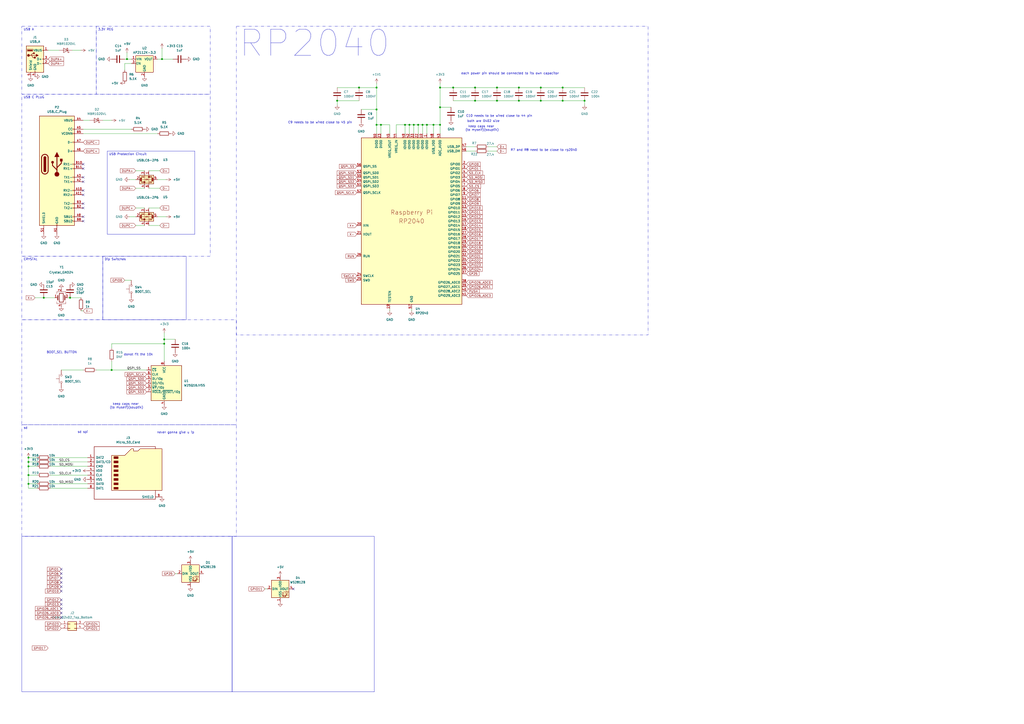
<source format=kicad_sch>
(kicad_sch (version 20250114) (generator "eeschema") (generator_version "9.0")
  (paper "A2")
  (title_block (title "HACKDUCKY BY SOUPTIK ") (date "2025-04-06") (rev "V2"))
  (text "sd spi \n" (at 48.514 250.698 0) (effects (font (size 1.27 1.27))))
  (text "C9 needs to be wired close to 45 pin" (at 185.674 71.12 0) (effects (font (size 1.27 1.27))))
  (text "keep caps near \n(to myself)(souptik)\n" (at 73.406 235.458 0) (effects (font (size 1.27 1.27))))
  (text "donot fit the 10k \n" (at 80.772 205.74 0) (effects (font (size 1.27 1.27))))
  (text "R7 and R8 need to be close to rp2040" (at 315.468 87.122 0) (effects (font (size 1.27 1.27))))
  (text "C10 needs to be wired close to 44 pin" (at 289.56 67.31 0) (effects (font (size 1.27 1.27))))
  (text "BOOT_SEL BUTTON\n" (at 35.814 204.47 0) (effects (font (size 1.27 1.27))))
  (text "never gonna give u ip\n" (at 101.854 250.952 0) (effects (font (size 1.27 1.27))))
  (text "keep caps near \n(to myself)(souptik)\n" (at 279.654 74.422 0) (effects (font (size 1.27 1.27))))
  (text "both are 0402 size" (at 280.416 70.358 0) (effects (font (size 1.27 1.27))))
  (text "each power pin should be connected to its own capacitor" (at 295.91 42.672 0) (effects (font (size 1.27 1.27))))
  (text_box "CRYSTAL" (at 12.7 148.59 0) (size 46.99 36.83) (margins 0.9525 0.9525 0.9525 0.9525) (stroke (width 0) (type dash_dot_dot)) (effects (font (size 1.27 1.27)) (justify left top)))
  (text_box "RP2040\n" (at 137.16 15.24 0) (size 238.76 179.07) (margins 0.9525 0.9525 0.9525 0.9525) (stroke (width 0) (type dash_dot_dot)) (effects (font (size 15.24 15.24)) (justify left top)))
  (text_box "USB Protection Circuit\n" (at 62.23 87.63 0) (size 50.8 48.26) (margins 0.9525 0.9525 0.9525 0.9525) (effects (font (size 1.27 1.27)) (justify left top)))
  (text_box "" (at 12.7 311.15 0) (size 121.92 90.17) (margins 0.9525 0.9525 0.9525 0.9525) (effects (font (size 1.27 1.27)) (justify left top)))
  (text_box "" (at 12.7 185.42 0) (size 124.46 60.96) (margins 0.9525 0.9525 0.9525 0.9525) (stroke (width 0) (type dash_dot_dot)) (effects (font (size 1.27 1.27)) (justify left top)))
  (text_box "USB C PLUG" (at 12.7 54.61 0) (size 109.22 93.98) (margins 0.9525 0.9525 0.9525 0.9525) (stroke (width 0) (type dash_dot_dot)) (effects (font (size 1.27 1.27)) (justify left top)))
  (text_box "sd\n" (at 12.7 246.38 0) (size 124.46 64.77) (margins 0.9525 0.9525 0.9525 0.9525) (stroke (width 0) (type dash_dot_dot)) (effects (font (size 1.27 1.27)) (justify left top)))
  (text_box "Dip Switches\n" (at 59.69 148.59 0) (size 48.26 36.83) (margins 0.9525 0.9525 0.9525 0.9525) (effects (font (size 1.27 1.27)) (justify left top)))
  (text_box "3.3V REG\n" (at 55.88 15.24 0) (size 66.04 39.37) (margins 0.9525 0.9525 0.9525 0.9525) (stroke (width 0) (type dash_dot_dot)) (effects (font (size 1.27 1.27)) (justify left top)))
  (text_box "USB A\n" (at 12.7 15.24 0) (size 43.18 39.37) (margins 0.9525 0.9525 0.9525 0.9525) (stroke (width 0) (type dash_dot_dot)) (effects (font (size 1.27 1.27)) (justify left top)))
  (text_box "" (at 134.62 311.15 0) (size 82.55 90.17) (margins 0.9525 0.9525 0.9525 0.9525) (effects (font (size 1.27 1.27)) (justify left top)))
  (junction (at 220.98 72.39))
  (junction (at 300.99 58.42))
  (junction (at 16.51 280.67))
  (junction (at 245.11 72.39))
  (junction (at 326.39 58.42))
  (junction (at 242.57 72.39))
  (junction (at 25.4 172.72))
  (junction (at 73.66 34.29))
  (junction (at 275.59 50.8))
  (junction (at 208.28 50.8))
  (junction (at 93.98 34.29))
  (junction (at 218.44 72.39))
  (junction (at 16.51 275.59))
  (junction (at 247.65 72.39))
  (junction (at 234.95 72.39))
  (junction (at 255.27 72.39))
  (junction (at 275.59 58.42))
  (junction (at 255.27 62.23))
  (junction (at 313.69 50.8))
  (junction (at 326.39 50.8))
  (junction (at 262.89 50.8))
  (junction (at 300.99 50.8))
  (junction (at 313.69 58.42))
  (junction (at 255.27 50.8))
  (junction (at 251.46 72.39))
  (junction (at 40.64 172.72))
  (junction (at 288.29 50.8))
  (junction (at 95.25 199.39))
  (junction (at 195.58 58.42))
  (junction (at 16.51 265.43))
  (junction (at 16.51 267.97))
  (junction (at 218.44 50.8))
  (junction (at 16.51 270.51))
  (junction (at 288.29 58.42))
  (junction (at 240.03 72.39))
  (junction (at 95.25 196.85))
  (junction (at 218.44 63.5))
  (junction (at 339.09 58.42))
  (junction (at 64.77 214.63))
  (junction (at 237.49 72.39))
  (no_connect (at 170.18 341.63))
  (no_connect (at 48.26 95.25))
  (no_connect (at 48.26 120.65))
  (no_connect (at 35.56 340.36))
  (no_connect (at 48.26 113.03))
  (no_connect (at 48.26 110.49))
  (no_connect (at 35.56 335.28))
  (no_connect (at 35.56 350.52))
  (no_connect (at 35.56 342.9))
  (no_connect (at 48.26 105.41))
  (no_connect (at 48.26 128.27))
  (no_connect (at 35.56 353.06))
  (no_connect (at 48.26 97.79))
  (no_connect (at 35.56 337.82))
  (no_connect (at 35.56 358.14))
  (no_connect (at 35.56 355.6))
  (no_connect (at 35.56 332.74))
  (no_connect (at 35.56 347.98))
  (no_connect (at 48.26 102.87))
  (no_connect (at 35.56 330.2))
  (no_connect (at 48.26 118.11))
  (no_connect (at 48.26 125.73))
  (wire (pts (xy 74.93 104.14) (xy 78.74 104.14)))
  (wire (pts (xy 73.66 30.48) (xy 73.66 34.29)))
  (wire (pts (xy 288.29 58.42) (xy 300.99 58.42)))
  (wire (pts (xy 86.36 109.22) (xy 92.71 109.22)))
  (wire (pts (xy 283.21 85.09) (xy 288.29 85.09)))
  (wire (pts (xy 74.93 125.73) (xy 78.74 125.73)))
  (wire (pts (xy 95.25 193.04) (xy 95.25 196.85)))
  (wire (pts (xy 29.21 270.51) (xy 50.8 270.51)))
  (wire (pts (xy 226.06 77.47) (xy 226.06 72.39)))
  (wire (pts (xy 226.06 180.34) (xy 226.06 179.07)))
  (wire (pts (xy 41.91 29.21) (xy 46.99 29.21)))
  (wire (pts (xy 64.77 209.55) (xy 64.77 214.63)))
  (wire (pts (xy 218.44 50.8) (xy 218.44 63.5)))
  (wire (pts (xy 95.25 196.85) (xy 95.25 199.39)))
  (wire (pts (xy 25.4 172.72) (xy 31.75 172.72)))
  (wire (pts (xy 234.95 72.39) (xy 234.95 77.47)))
  (wire (pts (xy 255.27 50.8) (xy 255.27 62.23)))
  (wire (pts (xy 20.32 172.72) (xy 25.4 172.72)))
  (wire (pts (xy 29.21 275.59) (xy 50.8 275.59)))
  (wire (pts (xy 78.74 109.22) (xy 83.82 109.22)))
  (wire (pts (xy 275.59 50.8) (xy 288.29 50.8)))
  (wire (pts (xy 16.51 265.43) (xy 21.59 265.43)))
  (wire (pts (xy 251.46 72.39) (xy 251.46 77.47)))
  (wire (pts (xy 326.39 58.42) (xy 339.09 58.42)))
  (wire (pts (xy 255.27 72.39) (xy 255.27 77.47)))
  (wire (pts (xy 59.69 69.85) (xy 64.77 69.85)))
  (wire (pts (xy 255.27 62.23) (xy 255.27 72.39)))
  (wire (pts (xy 229.87 72.39) (xy 234.95 72.39)))
  (wire (pts (xy 93.98 34.29) (xy 100.33 34.29)))
  (wire (pts (xy 73.66 34.29) (xy 76.2 34.29)))
  (wire (pts (xy 229.87 77.47) (xy 229.87 72.39)))
  (wire (pts (xy 72.39 36.83) (xy 72.39 40.64)))
  (wire (pts (xy 16.51 267.97) (xy 16.51 270.51)))
  (wire (pts (xy 16.51 275.59) (xy 16.51 280.67)))
  (wire (pts (xy 270.51 87.63) (xy 275.59 87.63)))
  (wire (pts (xy 153.67 341.63) (xy 154.94 341.63)))
  (wire (pts (xy 72.39 34.29) (xy 73.66 34.29)))
  (wire (pts (xy 220.98 72.39) (xy 218.44 72.39)))
  (wire (pts (xy 261.62 62.23) (xy 255.27 62.23)))
  (wire (pts (xy 247.65 72.39) (xy 251.46 72.39)))
  (wire (pts (xy 21.59 280.67) (xy 16.51 280.67)))
  (wire (pts (xy 48.26 69.85) (xy 52.07 69.85)))
  (wire (pts (xy 29.21 280.67) (xy 50.8 280.67)))
  (wire (pts (xy 237.49 72.39) (xy 237.49 77.47)))
  (wire (pts (xy 93.98 27.94) (xy 93.98 34.29)))
  (wire (pts (xy 35.56 214.63) (xy 48.26 214.63)))
  (wire (pts (xy 195.58 60.96) (xy 195.58 58.42)))
  (wire (pts (xy 313.69 58.42) (xy 326.39 58.42)))
  (wire (pts (xy 242.57 77.47) (xy 242.57 72.39)))
  (wire (pts (xy 92.71 99.06) (xy 86.36 99.06)))
  (wire (pts (xy 64.77 199.39) (xy 95.25 199.39)))
  (wire (pts (xy 91.44 125.73) (xy 96.52 125.73)))
  (wire (pts (xy 39.37 172.72) (xy 40.64 172.72)))
  (wire (pts (xy 48.26 77.47) (xy 91.44 77.47)))
  (wire (pts (xy 46.99 172.72) (xy 40.64 172.72)))
  (wire (pts (xy 226.06 72.39) (xy 220.98 72.39)))
  (wire (pts (xy 27.94 29.21) (xy 34.29 29.21)))
  (wire (pts (xy 245.11 77.47) (xy 245.11 72.39)))
  (wire (pts (xy 46.99 180.34) (xy 48.26 180.34)))
  (wire (pts (xy 16.51 270.51) (xy 16.51 275.59)))
  (wire (pts (xy 240.03 72.39) (xy 242.57 72.39)))
  (wire (pts (xy 218.44 72.39) (xy 218.44 77.47)))
  (wire (pts (xy 247.65 72.39) (xy 247.65 77.47)))
  (wire (pts (xy 300.99 58.42) (xy 313.69 58.42)))
  (wire (pts (xy 283.21 87.63) (xy 288.29 87.63)))
  (wire (pts (xy 86.36 130.81) (xy 92.71 130.81)))
  (wire (pts (xy 218.44 48.26) (xy 218.44 50.8)))
  (wire (pts (xy 300.99 50.8) (xy 313.69 50.8)))
  (wire (pts (xy 218.44 63.5) (xy 218.44 72.39)))
  (wire (pts (xy 255.27 48.26) (xy 255.27 50.8)))
  (wire (pts (xy 48.26 74.93) (xy 76.2 74.93)))
  (wire (pts (xy 21.59 283.21) (xy 16.51 283.21)))
  (wire (pts (xy 29.21 267.97) (xy 50.8 267.97)))
  (wire (pts (xy 91.44 34.29) (xy 93.98 34.29)))
  (wire (pts (xy 21.59 270.51) (xy 16.51 270.51)))
  (wire (pts (xy 76.2 36.83) (xy 72.39 36.83)))
  (wire (pts (xy 29.21 283.21) (xy 50.8 283.21)))
  (wire (pts (xy 95.25 199.39) (xy 95.25 209.55)))
  (wire (pts (xy 78.74 99.06) (xy 83.82 99.06)))
  (wire (pts (xy 50.8 265.43) (xy 29.21 265.43)))
  (wire (pts (xy 240.03 72.39) (xy 240.03 77.47)))
  (wire (pts (xy 251.46 72.39) (xy 255.27 72.39)))
  (wire (pts (xy 78.74 120.65) (xy 83.82 120.65)))
  (wire (pts (xy 72.39 162.56) (xy 76.2 162.56)))
  (wire (pts (xy 16.51 267.97) (xy 21.59 267.97)))
  (wire (pts (xy 16.51 280.67) (xy 16.51 283.21)))
  (wire (pts (xy 195.58 58.42) (xy 208.28 58.42)))
  (wire (pts (xy 209.55 63.5) (xy 218.44 63.5)))
  (wire (pts (xy 64.77 199.39) (xy 64.77 201.93)))
  (wire (pts (xy 288.29 50.8) (xy 300.99 50.8)))
  (wire (pts (xy 78.74 130.81) (xy 83.82 130.81)))
  (wire (pts (xy 238.76 180.34) (xy 238.76 179.07)))
  (wire (pts (xy 101.6 332.74) (xy 102.87 332.74)))
  (wire (pts (xy 91.44 104.14) (xy 96.52 104.14)))
  (wire (pts (xy 275.59 58.42) (xy 288.29 58.42)))
  (wire (pts (xy 262.89 50.8) (xy 275.59 50.8)))
  (wire (pts (xy 313.69 50.8) (xy 326.39 50.8)))
  (wire (pts (xy 255.27 50.8) (xy 262.89 50.8)))
  (wire (pts (xy 242.57 72.39) (xy 245.11 72.39)))
  (wire (pts (xy 16.51 275.59) (xy 21.59 275.59)))
  (wire (pts (xy 208.28 50.8) (xy 218.44 50.8)))
  (wire (pts (xy 339.09 58.42) (xy 339.09 60.96)))
  (wire (pts (xy 237.49 72.39) (xy 240.03 72.39)))
  (wire (pts (xy 270.51 85.09) (xy 275.59 85.09)))
  (wire (pts (xy 195.58 50.8) (xy 208.28 50.8)))
  (wire (pts (xy 326.39 50.8) (xy 339.09 50.8)))
  (wire (pts (xy 92.71 120.65) (xy 86.36 120.65)))
  (wire (pts (xy 16.51 265.43) (xy 16.51 267.97)))
  (wire (pts (xy 262.89 58.42) (xy 275.59 58.42)))
  (wire (pts (xy 220.98 72.39) (xy 220.98 77.47)))
  (wire (pts (xy 55.88 214.63) (xy 64.77 214.63)))
  (wire (pts (xy 95.25 196.85) (xy 101.6 196.85)))
  (wire (pts (xy 245.11 72.39) (xy 247.65 72.39)))
  (wire (pts (xy 64.77 214.63) (xy 85.09 214.63)))
  (wire (pts (xy 234.95 72.39) (xy 237.49 72.39)))
  (label "SD_CS" (at 34.29 267.97 0))
  (label "SD_MOSI" (at 34.29 270.51 0))
  (label "SD_CLK" (at 34.29 275.59 0))
  (label "SD_MISO" (at 34.29 280.67 0))
  (label "QSPI_SS" (at 73.66 214.63 0))
  (global_label "SWCLK" (shape input) (at 207.01 160.02 180) (property "Intersheetrefs" "${INTERSHEET_REFS}" (effects (hide yes))))
  (global_label "GPIO13" (shape input) (at 35.56 350.52 180) (property "Intersheetrefs" "${INTERSHEET_REFS}" (effects (hide yes))))
  (global_label "SD_MISO" (shape input) (at 270.51 105.41 0) (property "Intersheetrefs" "${INTERSHEET_REFS}" (effects (hide yes))))
  (global_label "GPIO26_ADC1" (shape input) (at 35.56 353.06 180) (property "Intersheetrefs" "${INTERSHEET_REFS}" (effects (hide yes))))
  (global_label "GP25" (shape input) (at 270.51 158.75 0) (property "Intersheetrefs" "${INTERSHEET_REFS}" (effects (hide yes))))
  (global_label "DUPA+" (shape input) (at 78.74 99.06 180) (property "Intersheetrefs" "${INTERSHEET_REFS}" (effects (hide yes))))
  (global_label "GPIO8" (shape input) (at 35.56 337.82 180) (property "Intersheetrefs" "${INTERSHEET_REFS}" (effects (hide yes))))
  (global_label "GPIO12" (shape input) (at 270.51 125.73 0) (property "Intersheetrefs" "${INTERSHEET_REFS}" (effects (hide yes))))
  (global_label "DUPC-" (shape input) (at 48.26 82.55 0) (property "Intersheetrefs" "${INTERSHEET_REFS}" (effects (hide yes))))
  (global_label "QSPI_SCLK" (shape input) (at 207.01 111.76 180) (property "Intersheetrefs" "${INTERSHEET_REFS}" (effects (hide yes))))
  (global_label "D-" (shape input) (at 92.71 109.22 0) (property "Intersheetrefs" "${INTERSHEET_REFS}" (effects (hide yes))))
  (global_label "RUN" (shape input) (at 207.01 148.59 180) (property "Intersheetrefs" "${INTERSHEET_REFS}" (effects (hide yes))))
  (global_label "D+" (shape input) (at 92.71 120.65 0) (property "Intersheetrefs" "${INTERSHEET_REFS}" (effects (hide yes))))
  (global_label "GPIO24" (shape input) (at 270.51 156.21 0) (property "Intersheetrefs" "${INTERSHEET_REFS}" (effects (hide yes))))
  (global_label "GPIO9" (shape input) (at 35.56 340.36 180) (property "Intersheetrefs" "${INTERSHEET_REFS}" (effects (hide yes))))
  (global_label "GPIO22" (shape input) (at 270.51 151.13 0) (property "Intersheetrefs" "${INTERSHEET_REFS}" (effects (hide yes))))
  (global_label "QSPI_SD2" (shape input) (at 85.09 224.79 180) (property "Intersheetrefs" "${INTERSHEET_REFS}" (effects (hide yes))))
  (global_label "GPIO9" (shape input) (at 270.51 118.11 0) (property "Intersheetrefs" "${INTERSHEET_REFS}" (effects (hide yes))))
  (global_label "GPIO6" (shape input) (at 35.56 332.74 180) (property "Intersheetrefs" "${INTERSHEET_REFS}" (effects (hide yes))))
  (global_label "X-" (shape input) (at 207.01 135.89 180) (property "Intersheetrefs" "${INTERSHEET_REFS}" (effects (hide yes))))
  (global_label "GPIO21" (shape input) (at 48.26 364.49 0) (property "Intersheetrefs" "${INTERSHEET_REFS}" (effects (hide yes))))
  (global_label "DUPA-" (shape input) (at 27.94 36.83 0) (property "Intersheetrefs" "${INTERSHEET_REFS}" (effects (hide yes))))
  (global_label "GPIO6" (shape input) (at 270.51 110.49 0) (property "Intersheetrefs" "${INTERSHEET_REFS}" (effects (hide yes))))
  (global_label "D+" (shape input) (at 288.29 85.09 0) (property "Intersheetrefs" "${INTERSHEET_REFS}" (effects (hide yes))))
  (global_label "GPIO26_ADC3" (shape input) (at 35.56 358.14 180) (property "Intersheetrefs" "${INTERSHEET_REFS}" (effects (hide yes))))
  (global_label "GPIO20" (shape input) (at 270.51 146.05 0) (property "Intersheetrefs" "${INTERSHEET_REFS}" (effects (hide yes))))
  (global_label "GPIO23" (shape input) (at 270.51 153.67 0) (property "Intersheetrefs" "${INTERSHEET_REFS}" (effects (hide yes))))
  (global_label "GPIO10" (shape input) (at 35.56 342.9 180) (property "Intersheetrefs" "${INTERSHEET_REFS}" (effects (hide yes))))
  (global_label "QSPI_SD0" (shape input) (at 207.01 100.33 180) (property "Intersheetrefs" "${INTERSHEET_REFS}" (effects (hide yes))))
  (global_label "X+" (shape input) (at 20.32 172.72 180) (property "Intersheetrefs" "${INTERSHEET_REFS}" (effects (hide yes))))
  (global_label "QSPI_SD3" (shape input) (at 207.01 107.95 180) (property "Intersheetrefs" "${INTERSHEET_REFS}" (effects (hide yes))))
  (global_label "QSPI_SCLK" (shape input) (at 85.09 217.17 180) (property "Intersheetrefs" "${INTERSHEET_REFS}" (effects (hide yes))))
  (global_label "GPIO7" (shape input) (at 35.56 335.28 180) (property "Intersheetrefs" "${INTERSHEET_REFS}" (effects (hide yes))))
  (global_label "GPIO18" (shape input) (at 270.51 140.97 0) (property "Intersheetrefs" "${INTERSHEET_REFS}" (effects (hide yes))))
  (global_label "GPIO13" (shape input) (at 270.51 128.27 0) (property "Intersheetrefs" "${INTERSHEET_REFS}" (effects (hide yes))))
  (global_label "GPIO24" (shape input) (at 48.26 361.95 0) (property "Intersheetrefs" "${INTERSHEET_REFS}" (effects (hide yes))))
  (global_label "GPIO11" (shape input) (at 270.51 123.19 0) (property "Intersheetrefs" "${INTERSHEET_REFS}" (effects (hide yes))))
  (global_label "PUSH" (shape input) (at 270.51 168.91 0) (property "Intersheetrefs" "${INTERSHEET_REFS}" (effects (hide yes))))
  (global_label "DUPC-" (shape input) (at 78.74 130.81 180) (property "Intersheetrefs" "${INTERSHEET_REFS}" (effects (hide yes))))
  (global_label "GPIO26_ADC0" (shape input) (at 35.56 355.6 180) (property "Intersheetrefs" "${INTERSHEET_REFS}" (effects (hide yes))))
  (global_label "GPIO0" (shape input) (at 72.39 162.56 180) (property "Intersheetrefs" "${INTERSHEET_REFS}" (effects (hide yes))))
  (global_label "D+" (shape input) (at 92.71 99.06 0) (property "Intersheetrefs" "${INTERSHEET_REFS}" (effects (hide yes))))
  (global_label "GPIO11" (shape input) (at 153.67 341.63 180) (property "Intersheetrefs" "${INTERSHEET_REFS}" (effects (hide yes))))
  (global_label "QSPI_SD1" (shape input) (at 207.01 102.87 180) (property "Intersheetrefs" "${INTERSHEET_REFS}" (effects (hide yes))))
  (global_label "X-" (shape input) (at 48.26 180.34 0) (property "Intersheetrefs" "${INTERSHEET_REFS}" (effects (hide yes))))
  (global_label "GPIO1" (shape input) (at 270.51 97.79 0) (property "Intersheetrefs" "${INTERSHEET_REFS}" (effects (hide yes))))
  (global_label "GPIO17" (shape input) (at 270.51 138.43 0) (property "Intersheetrefs" "${INTERSHEET_REFS}" (effects (hide yes))))
  (global_label "GPIO21" (shape input) (at 270.51 148.59 0) (property "Intersheetrefs" "${INTERSHEET_REFS}" (effects (hide yes))))
  (global_label "QSPI_SD3" (shape input) (at 85.09 227.33 180) (property "Intersheetrefs" "${INTERSHEET_REFS}" (effects (hide yes))))
  (global_label "DUPC+" (shape input) (at 78.74 120.65 180) (property "Intersheetrefs" "${INTERSHEET_REFS}" (effects (hide yes))))
  (global_label "SD_MOSI" (shape input) (at 270.51 102.87 0) (property "Intersheetrefs" "${INTERSHEET_REFS}" (effects (hide yes))))
  (global_label "GPIO10" (shape input) (at 270.51 120.65 0) (property "Intersheetrefs" "${INTERSHEET_REFS}" (effects (hide yes))))
  (global_label "GPIO0" (shape input) (at 270.51 95.25 0) (property "Intersheetrefs" "${INTERSHEET_REFS}" (effects (hide yes))))
  (global_label "GPIO8" (shape input) (at 270.51 115.57 0) (property "Intersheetrefs" "${INTERSHEET_REFS}" (effects (hide yes))))
  (global_label "SD_CLK" (shape input) (at 270.51 100.33 0) (property "Intersheetrefs" "${INTERSHEET_REFS}" (effects (hide yes))))
  (global_label "GPIO22" (shape input) (at 35.56 364.49 180) (property "Intersheetrefs" "${INTERSHEET_REFS}" (effects (hide yes))))
  (global_label "GP25" (shape input) (at 101.6 332.74 180) (property "Intersheetrefs" "${INTERSHEET_REFS}" (effects (hide yes))))
  (global_label "GPIO12" (shape input) (at 35.56 347.98 180) (property "Intersheetrefs" "${INTERSHEET_REFS}" (effects (hide yes))))
  (global_label "DUPC+" (shape input) (at 48.26 87.63 0) (property "Intersheetrefs" "${INTERSHEET_REFS}" (effects (hide yes))))
  (global_label "GPIO16" (shape input) (at 270.51 135.89 0) (property "Intersheetrefs" "${INTERSHEET_REFS}" (effects (hide yes))))
  (global_label "QSPI_SD0" (shape input) (at 85.09 219.71 180) (property "Intersheetrefs" "${INTERSHEET_REFS}" (effects (hide yes))))
  (global_label "DUPA+" (shape input) (at 27.94 34.29 0) (property "Intersheetrefs" "${INTERSHEET_REFS}" (effects (hide yes))))
  (global_label "GPIO1" (shape input) (at 35.56 330.2 180) (property "Intersheetrefs" "${INTERSHEET_REFS}" (effects (hide yes))))
  (global_label "GPIO19" (shape input) (at 270.51 143.51 0) (property "Intersheetrefs" "${INTERSHEET_REFS}" (effects (hide yes))))
  (global_label "GPIO7" (shape input) (at 270.51 113.03 0) (property "Intersheetrefs" "${INTERSHEET_REFS}" (effects (hide yes))))
  (global_label "GPIO14" (shape input) (at 270.51 130.81 0) (property "Intersheetrefs" "${INTERSHEET_REFS}" (effects (hide yes))))
  (global_label "GPIO17" (shape input) (at 27.94 375.92 180) (property "Intersheetrefs" "${INTERSHEET_REFS}" (effects (hide yes))))
  (global_label "GPIO26_ADC3" (shape input) (at 270.51 171.45 0) (property "Intersheetrefs" "${INTERSHEET_REFS}" (effects (hide yes))))
  (global_label "D-" (shape input) (at 92.71 130.81 0) (property "Intersheetrefs" "${INTERSHEET_REFS}" (effects (hide yes))))
  (global_label "SD_CS" (shape input) (at 270.51 107.95 0) (property "Intersheetrefs" "${INTERSHEET_REFS}" (effects (hide yes))))
  (global_label "DUPA-" (shape input) (at 78.74 109.22 180) (property "Intersheetrefs" "${INTERSHEET_REFS}" (effects (hide yes))))
  (global_label "GPIO15" (shape input) (at 270.51 133.35 0) (property "Intersheetrefs" "${INTERSHEET_REFS}" (effects (hide yes))))
  (global_label "X+" (shape input) (at 207.01 130.81 180) (property "Intersheetrefs" "${INTERSHEET_REFS}" (effects (hide yes))))
  (global_label "QSPI_SD1" (shape input) (at 85.09 222.25 180) (property "Intersheetrefs" "${INTERSHEET_REFS}" (effects (hide yes))))
  (global_label "GPIO26_ADC1" (shape input) (at 270.51 166.37 0) (property "Intersheetrefs" "${INTERSHEET_REFS}" (effects (hide yes))))
  (global_label "QSPI_SD2" (shape input) (at 207.01 105.41 180) (property "Intersheetrefs" "${INTERSHEET_REFS}" (effects (hide yes))))
  (global_label "GPIO23" (shape input) (at 35.56 361.95 180) (property "Intersheetrefs" "${INTERSHEET_REFS}" (effects (hide yes))))
  (global_label "D-" (shape input) (at 288.29 87.63 0) (property "Intersheetrefs" "${INTERSHEET_REFS}" (effects (hide yes))))
  (global_label "GPIO26_ADC0" (shape input) (at 270.51 163.83 0) (property "Intersheetrefs" "${INTERSHEET_REFS}" (effects (hide yes))))
  (global_label "QSPI_SS" (shape input) (at 207.01 96.52 180) (property "Intersheetrefs" "${INTERSHEET_REFS}" (effects (hide yes))))
  (global_label "SWD" (shape input) (at 207.01 162.56 180) (property "Intersheetrefs" "${INTERSHEET_REFS}" (effects (hide yes))))
  (symbol (lib_id "Device:R") (at 25.4 267.97 90) (unit 1)
    (property "Reference" "R17" (at 20.574 266.7 90))
    (property "Value" "10k" (at 30.226 266.7 90))
    (property "Footprint" "Resistor_SMD:R_0402_1005Metric" (effects (hide yes)))
    (property "Description" "Resistor" (effects (hide yes)))
  )
  (symbol (lib_id "Device:C") (at 208.28 54.61 0) (unit 1)
    (property "Reference" "C8" (at 212.09 53.3399 0) (effects (justify left)))
    (property "Value" "100nF" (at 212.09 55.8799 0) (effects (justify left)))
    (property "Footprint" "Capacitor_SMD:C_0402_1005Metric" (effects (hide yes)))
    (property "Description" "Unpolarized capacitor" (effects (hide yes)))
  )
  (symbol (lib_id "power:+5V") (at 96.52 104.14 270) (unit 1)
    (property "Reference" "#PWR05" (effects (hide yes)))
    (property "Value" "+5V" (at 100.33 104.1399 90) (effects (justify left)))
    (property "Description" "Power symbol creates a global label with name \"+5V\"" (effects (hide yes)))
  )
  (symbol (lib_id "power:GND") (at 74.93 125.73 270) (unit 1)
    (property "Reference" "#PWR06" (effects (hide yes)))
    (property "Value" "GND" (at 71.12 125.7299 90) (effects (justify right)))
    (property "Description" "Power symbol creates a global label with name \"GND\" , ground" (effects (hide yes)))
  )
  (symbol (lib_id "LED:SK6812") (at 110.49 332.74 0) (unit 1)
    (property "Reference" "D1" (at 120.65 326.3198 0))
    (property "Value" "WS2812B" (at 120.65 328.8598 0))
    (property "Footprint" "LED_SMD:LED_WS2812B-2020_PLCC4_2.0x2.0mm" (effects (hide yes)))
    (property "Datasheet" "https://cdn-shop.adafruit.com/product-files/1138/SK6812+LED+datasheet+.pdf" (effects (hide yes)))
    (property "Description" "RGB LED with integrated controller" (effects (hide yes)))
  )
  (symbol (lib_id "power:+3V3") (at 255.27 48.26 0) (unit 1)
    (property "Reference" "#PWR037" (effects (hide yes)))
    (property "Value" "+3V3" (at 255.27 43.18 0))
    (property "Description" "Power symbol creates a global label with name \"+3V3\"" (effects (hide yes)))
  )
  (symbol (lib_id "Device:C") (at 275.59 54.61 0) (unit 1)
    (property "Reference" "C17" (at 279.4 53.3399 0) (effects (justify left)))
    (property "Value" "100nF" (at 279.4 55.8799 0) (effects (justify left)))
    (property "Footprint" "Capacitor_SMD:C_0402_1005Metric" (effects (hide yes)))
    (property "Description" "Unpolarized capacitor" (effects (hide yes)))
  )
  (symbol (lib_id "power:GND") (at 238.76 180.34 0) (unit 1)
    (property "Reference" "#PWR035" (effects (hide yes)))
    (property "Value" "GND" (at 238.76 185.42 0))
    (property "Description" "Power symbol creates a global label with name \"GND\" , ground" (effects (hide yes)))
  )
  (symbol (lib_id "power:GND") (at 95.25 234.95 0) (unit 1)
    (property "Reference" "#PWR047" (effects (hide yes)))
    (property "Value" "GND" (at 95.25 240.03 0))
    (property "Description" "Power symbol creates a global label with name \"GND\" , ground" (effects (hide yes)))
  )
  (symbol (lib_id "power:+5V") (at 46.99 29.21 270) (unit 1)
    (property "Reference" "#PWR014" (effects (hide yes)))
    (property "Value" "+5V" (at 50.8 29.2099 90) (effects (justify left)))
    (property "Description" "Power symbol creates a global label with name \"+5V\"" (effects (hide yes)))
  )
  (symbol (lib_id "Connector_Generic:Conn_02x02_Top_Bottom") (at 40.64 361.95 0) (unit 1)
    (property "Reference" "J2" (at 41.91 355.6 0))
    (property "Value" "Conn_02x02_Top_Bottom" (at 41.91 358.14 0))
    (property "Footprint" "Connector_PinHeader_1.00mm:PinHeader_2x02_P1.00mm_Vertical_SMD" (effects (hide yes)))
    (property "Description" "Generic connector, double row, 02x02, top/bottom pin numbering scheme (row 1: 1...pins_per_row, row2: pins_per_row+1 ... num_pins), script generated (kicad-library-utils/schlib/autogen/connector/)" (effects (hide yes)))
  )
  (symbol (lib_id "power:GND") (at 25.4 135.89 0) (unit 1)
    (property "Reference" "#PWR029" (effects (hide yes)))
    (property "Value" "GND" (at 25.4 140.97 0))
    (property "Description" "Power symbol creates a global label with name \"GND\" , ground" (effects (hide yes)))
  )
  (symbol (lib_id "power:GND") (at 35.56 177.8 0) (unit 1)
    (property "Reference" "#PWR020" (effects (hide yes)))
    (property "Value" "GND" (at 35.56 182.88 0))
    (property "Description" "Power symbol creates a global label with name \"GND\" , ground" (effects (hide yes)))
  )
  (symbol (lib_id "power:+5V") (at 72.39 48.26 90) (unit 1)
    (property "Reference" "#PWR051" (effects (hide yes)))
    (property "Value" "+5V" (at 68.58 48.2599 90) (effects (justify left)))
    (property "Description" "Power symbol creates a global label with name \"+5V\"" (effects (hide yes)))
  )
  (symbol (lib_id "Device:C") (at 288.29 54.61 0) (unit 1)
    (property "Reference" "C18" (at 292.1 53.3399 0) (effects (justify left)))
    (property "Value" "100nF" (at 292.1 55.8799 0) (effects (justify left)))
    (property "Footprint" "Capacitor_SMD:C_0402_1005Metric" (effects (hide yes)))
    (property "Description" "Unpolarized capacitor" (effects (hide yes)))
  )
  (symbol (lib_id "power:GND") (at 261.62 69.85 0) (unit 1)
    (property "Reference" "#PWR049" (effects (hide yes)))
    (property "Value" "GND" (at 261.62 74.93 0))
    (property "Description" "Power symbol creates a global label with name \"GND\" , ground" (effects (hide yes)))
  )
  (symbol (lib_id "power:GND") (at 25.4 165.1 270) (unit 1)
    (property "Reference" "#PWR018" (effects (hide yes)))
    (property "Value" "GND" (at 21.59 165.0999 90) (effects (justify right)))
    (property "Description" "Power symbol creates a global label with name \"GND\" , ground" (effects (hide yes)))
  )
  (symbol (lib_id "Connector:Micro_SD_Card") (at 73.66 273.05 0) (unit 1)
    (property "Reference" "J3" (at 74.295 254 0))
    (property "Value" "Micro_SD_Card" (at 74.295 256.54 0))
    (property "Footprint" "Connector_Card:microSD_HC_Molex_47219-2001" (effects (hide yes)))
    (property "Datasheet" "http://katalog.we-online.de/em/datasheet/693072010801.pdf" (effects (hide yes)))
    (property "Description" "Micro SD Card Socket" (effects (hide yes)))
  )
  (symbol (lib_id "Device:C") (at 326.39 54.61 0) (unit 1)
    (property "Reference" "C21" (at 330.2 53.3399 0) (effects (justify left)))
    (property "Value" "100nF" (at 330.2 55.8799 0) (effects (justify left)))
    (property "Footprint" "Capacitor_SMD:C_0402_1005Metric" (effects (hide yes)))
    (property "Description" "Unpolarized capacitor" (effects (hide yes)))
  )
  (symbol (lib_id "Device:C") (at 261.62 66.04 0) (unit 1)
    (property "Reference" "C10" (at 265.43 64.7699 0) (effects (justify left)))
    (property "Value" "1uF" (at 265.43 67.3099 0) (effects (justify left)))
    (property "Footprint" "Capacitor_SMD:C_0402_1005Metric" (effects (hide yes)))
    (property "Description" "Unpolarized capacitor" (effects (hide yes)))
  )
  (symbol (lib_id "power:GND") (at 195.58 60.96 0) (unit 1)
    (property "Reference" "#PWR026" (effects (hide yes)))
    (property "Value" "GND" (at 195.58 66.04 0))
    (property "Description" "Power symbol creates a global label with name \"GND\" , ground" (effects (hide yes)))
  )
  (symbol (lib_id "Device:R") (at 279.4 85.09 90) (unit 1)
    (property "Reference" "R7" (at 275.082 83.058 90))
    (property "Value" "27.4" (at 284.48 83.312 90))
    (property "Footprint" "Resistor_SMD:R_0402_1005Metric" (effects (hide yes)))
    (property "Description" "Resistor" (effects (hide yes)))
  )
  (symbol (lib_id "power:GND") (at 20.32 44.45 90) (unit 1)
    (property "Reference" "#PWR043" (effects (hide yes)))
    (property "Value" "GND" (at 24.13 44.4499 90) (effects (justify right)))
    (property "Description" "Power symbol creates a global label with name \"GND\" , ground" (effects (hide yes)))
  )
  (symbol (lib_id "Connector:USB_A") (at 20.32 34.29 0) (unit 1)
    (property "Reference" "J1" (at 20.32 21.59 0))
    (property "Value" "USB_A" (at 20.32 24.13 0))
    (property "Footprint" "Connector_USB:USB_A_CNCTech_1001-011-01101_Horizontal" (effects (hide yes)))
    (property "Description" "USB Type A connector" (effects (hide yes)))
  )
  (symbol (lib_id "Device:R") (at 64.77 205.74 0) (unit 1)
    (property "Reference" "R15" (at 67.31 204.4699 0) (effects (justify left)))
    (property "Value" "DNF" (at 67.31 207.0099 0) (effects (justify left)))
    (property "Footprint" "Resistor_SMD:R_0805_2012Metric_Pad1.20x1.40mm_HandSolder" (effects (hide yes)))
    (property "Description" "Resistor" (effects (hide yes)))
  )
  (symbol (lib_id "power:GND") (at 76.2 172.72 0) (unit 1)
    (property "Reference" "#PWR015" (effects (hide yes)))
    (property "Value" "GND" (at 76.2 177.8 0))
    (property "Description" "Power symbol creates a global label with name \"GND\" , ground" (effects (hide yes)))
  )
  (symbol (lib_id "Device:R") (at 46.99 176.53 180) (unit 1)
    (property "Reference" "R9" (at 49.53 175.2599 0) (effects (justify right)))
    (property "Value" "1k" (at 49.53 177.7999 0) (effects (justify right)))
    (property "Footprint" "Resistor_SMD:R_0402_1005Metric" (effects (hide yes)))
    (property "Description" "Resistor" (effects (hide yes)))
  )
  (symbol (lib_id "Device:C") (at 262.89 54.61 0) (unit 1)
    (property "Reference" "C11" (at 266.7 53.3399 0) (effects (justify left)))
    (property "Value" "100nF" (at 266.7 55.8799 0) (effects (justify left)))
    (property "Footprint" "Capacitor_SMD:C_0402_1005Metric" (effects (hide yes)))
    (property "Description" "Unpolarized capacitor" (effects (hide yes)))
  )
  (symbol (lib_id "power:GND") (at 74.93 104.14 270) (unit 1)
    (property "Reference" "#PWR04" (effects (hide yes)))
    (property "Value" "GND" (at 71.12 104.1399 90) (effects (justify right)))
    (property "Description" "Power symbol creates a global label with name \"GND\" , ground" (effects (hide yes)))
  )
  (symbol (lib_id "Device:C") (at 339.09 54.61 0) (unit 1)
    (property "Reference" "C22" (at 342.9 53.3399 0) (effects (justify left)))
    (property "Value" "100n" (at 342.9 55.8799 0) (effects (justify left)))
    (property "Footprint" "Capacitor_SMD:C_0402_1005Metric" (effects (hide yes)))
    (property "Description" "Unpolarized capacitor" (effects (hide yes)))
  )
  (symbol (lib_id "Device:C") (at 40.64 168.91 180) (unit 1)
    (property "Reference" "C12" (at 44.45 167.6399 0) (effects (justify right)))
    (property "Value" "15pF" (at 44.196 169.672 0) (effects (justify right)))
    (property "Footprint" "Capacitor_SMD:C_0402_1005Metric" (effects (hide yes)))
    (property "Description" "Unpolarized capacitor" (effects (hide yes)))
  )
  (symbol (lib_id "power:GND") (at 35.56 224.79 0) (unit 1)
    (property "Reference" "#PWR012" (effects (hide yes)))
    (property "Value" "GND" (at 35.56 229.87 0))
    (property "Description" "Power symbol creates a global label with name \"GND\" , ground" (effects (hide yes)))
  )
  (symbol (lib_id "power:GND") (at 93.98 288.29 0) (unit 1)
    (property "Reference" "#PWR033" (effects (hide yes)))
    (property "Value" "GND" (at 93.98 293.37 0))
    (property "Description" "Power symbol creates a global label with name \"GND\" , ground" (effects (hide yes)))
  )
  (symbol (lib_id "power:+3V3") (at 16.51 265.43 0) (unit 1)
    (property "Reference" "#PWR02" (effects (hide yes)))
    (property "Value" "+3V3" (at 16.51 260.35 0))
    (property "Description" "Power symbol creates a global label with name \"+3V3\"" (effects (hide yes)))
  )
  (symbol (lib_id "Device:R") (at 52.07 214.63 90) (unit 1)
    (property "Reference" "R8" (at 52.07 208.28 90))
    (property "Value" "1k" (at 52.07 210.82 90))
    (property "Footprint" "Resistor_SMD:R_0402_1005Metric" (effects (hide yes)))
    (property "Description" "Resistor" (effects (hide yes)))
  )
  (symbol (lib_id "power:GND") (at 83.82 74.93 90) (unit 1)
    (property "Reference" "#PWR030" (effects (hide yes)))
    (property "Value" "GND" (at 87.63 74.9299 90) (effects (justify right)))
    (property "Description" "Power symbol creates a global label with name \"GND\" , ground" (effects (hide yes)))
  )
  (symbol (lib_id "Device:Crystal_GND24") (at 35.56 172.72 0) (unit 1)
    (property "Reference" "Y1" (at 35.814 154.94 0))
    (property "Value" "Crystal_GND24" (at 35.56 157.988 0))
    (property "Footprint" "Crystal:Crystal_SMD_Abracon_ABM8G-4Pin_3.2x2.5mm" (effects (hide yes)))
    (property "Description" "Four pin crystal, GND on pins 2 and 4" (effects (hide yes)))
  )
  (symbol (lib_id "power:GND") (at 50.8 278.13 270) (unit 1)
    (property "Reference" "#PWR09" (effects (hide yes)))
    (property "Value" "GND" (at 46.99 278.1299 90) (effects (justify right)))
    (property "Description" "Power symbol creates a global label with name \"GND\" , ground" (effects (hide yes)))
  )
  (symbol (lib_id "Device:R") (at 25.4 280.67 90) (unit 1)
    (property "Reference" "R20" (at 20.574 279.4 90))
    (property "Value" "10k" (at 30.226 279.4 90))
    (property "Footprint" "Resistor_SMD:R_0402_1005Metric" (effects (hide yes)))
    (property "Description" "Resistor" (effects (hide yes)))
  )
  (symbol (lib_id "power:+3V3") (at 93.98 27.94 0) (unit 1)
    (property "Reference" "#PWR025" (effects (hide yes)))
    (property "Value" "+3V3" (at 96.52 26.6699 0) (effects (justify left)))
    (property "Description" "Power symbol creates a global label with name \"+3V3\"" (effects (hide yes)))
  )
  (symbol (lib_id "power:GND") (at 83.82 44.45 0) (unit 1)
    (property "Reference" "#PWR024" (effects (hide yes)))
    (property "Value" "GND" (at 83.82 49.53 0))
    (property "Description" "Power symbol creates a global label with name \"GND\" , ground" (effects (hide yes)))
  )
  (symbol (lib_id "Switch:SW_Push") (at 35.56 219.71 90) (unit 1)
    (property "Reference" "SW3" (at 37.592 218.694 90) (effects (justify right)))
    (property "Value" "BOOT_SEL" (at 37.592 221.234 90) (effects (justify right)))
    (property "Footprint" "Button_Switch_SMD:SW_Push_SPST_NO_Alps_SKRK" (effects (hide yes)))
    (property "Description" "Push button switch, generic, two pins" (effects (hide yes)))
    (property "LCSC" "C318884" (effects (hide yes)))
  )
  (symbol (lib_id "Power_Protection:USBLC6-2P6") (at 86.36 104.14 270) (unit 1)
    (property "Reference" "U3" (at 94.488 92.71 90) (effects (justify left)))
    (property "Value" "USBLC6-2P6" (at 79.248 92.964 90) (effects (justify left)))
    (property "Footprint" "Package_TO_SOT_SMD:SOT-666" (effects (hide yes)))
    (property "Datasheet" "https://www.st.com/resource/en/datasheet/usblc6-2.pdf" (effects (hide yes)))
    (property "Description" "Very low capacitance ESD protection diode, 2 data-line, SOT-666" (effects (hide yes)))
  )
  (symbol (lib_id "Connector:USB_C_Plug") (at 33.02 95.25 0) (unit 1)
    (property "Reference" "P2" (at 33.02 62.23 0))
    (property "Value" "USB_C_Plug" (at 33.02 64.77 0))
    (property "Footprint" "Connector_USB:USB_C_Plug_Molex_105444" (effects (hide yes)))
    (property "Datasheet" "https://www.usb.org/sites/default/files/documents/usb_type-c.zip" (effects (hide yes)))
    (property "Description" "USB Type-C Plug connector" (effects (hide yes)))
  )
  (symbol (lib_id "Device:C") (at 300.99 54.61 0) (unit 1)
    (property "Reference" "C19" (at 304.8 53.3399 0) (effects (justify left)))
    (property "Value" "100nF" (at 304.8 55.8799 0) (effects (justify left)))
    (property "Footprint" "Capacitor_SMD:C_0402_1005Metric" (effects (hide yes)))
    (property "Description" "Unpolarized capacitor" (effects (hide yes)))
  )
  (symbol (lib_id "power:+1V1") (at 218.44 48.26 0) (unit 1)
    (property "Reference" "#PWR028" (effects (hide yes)))
    (property "Value" "+1V1" (at 218.44 43.18 0))
    (property "Description" "Power symbol creates a global label with name \"+1V1\"" (effects (hide yes)))
  )
  (symbol (lib_id "power:+5V") (at 64.77 69.85 270) (unit 1)
    (property "Reference" "#PWR013" (effects (hide yes)))
    (property "Value" "+5V" (at 68.58 69.8499 90) (effects (justify left)))
    (property "Description" "Power symbol creates a global label with name \"+5V\"" (effects (hide yes)))
  )
  (symbol (lib_id "Device:C") (at 209.55 67.31 0) (unit 1)
    (property "Reference" "C9" (at 213.36 66.0399 0) (effects (justify left)))
    (property "Value" "1uF" (at 213.36 68.5799 0) (effects (justify left)))
    (property "Footprint" "Capacitor_SMD:C_0402_1005Metric" (effects (hide yes)))
    (property "Description" "Unpolarized capacitor" (effects (hide yes)))
  )
  (symbol (lib_id "Diode:MBR1020VL") (at 38.1 29.21 180) (unit 1)
    (property "Reference" "D3" (at 38.4175 22.86 0))
    (property "Value" "MBR1020VL" (at 38.4175 25.4 0))
    (property "Footprint" "Diode_SMD:D_SOD-123F" (effects (hide yes)))
    (property "Datasheet" "https://www.onsemi.com/pub/Collateral/MBR1020VL-D.PDF" (effects (hide yes)))
    (property "Description" "20V, 1A, 340 mV, Schottky Diode Rectifier, SOD-123F" (effects (hide yes)))
  )
  (symbol (lib_id "LED:SK6812") (at 162.56 341.63 0) (unit 1)
    (property "Reference" "D4" (at 172.72 335.2098 0))
    (property "Value" "WS2812B" (at 172.72 337.7498 0))
    (property "Footprint" "LED_SMD:LED_WS2812B-2020_PLCC4_2.0x2.0mm" (effects (hide yes)))
    (property "Datasheet" "https://cdn-shop.adafruit.com/product-files/1138/SK6812+LED+datasheet+.pdf" (effects (hide yes)))
    (property "Description" "RGB LED with integrated controller" (effects (hide yes)))
  )
  (symbol (lib_id "Device:R") (at 95.25 77.47 90) (unit 1)
    (property "Reference" "R5" (at 95.25 71.12 90))
    (property "Value" "5.1K" (at 95.25 73.66 90))
    (property "Footprint" "Capacitor_SMD:C_0402_1005Metric" (effects (hide yes)))
    (property "Description" "Resistor" (effects (hide yes)))
  )
  (symbol (lib_id "power:GND") (at 107.95 34.29 90) (unit 1)
    (property "Reference" "#PWR023" (effects (hide yes)))
    (property "Value" "GND" (at 111.76 34.2899 90) (effects (justify right)))
    (property "Description" "Power symbol creates a global label with name \"GND\" , ground" (effects (hide yes)))
  )
  (symbol (lib_id "power:GND") (at 110.49 340.36 0) (unit 1)
    (property "Reference" "#PWR07" (effects (hide yes)))
    (property "Value" "GND" (at 110.49 345.44 0))
    (property "Description" "Power symbol creates a global label with name \"GND\" , ground" (effects (hide yes)))
  )
  (symbol (lib_id "Device:C") (at 104.14 34.29 270) (unit 1)
    (property "Reference" "C15" (at 104.14 26.67 90))
    (property "Value" "1uF" (at 104.14 29.21 90))
    (property "Footprint" "Capacitor_SMD:C_0805_2012Metric" (effects (hide yes)))
    (property "Description" "Unpolarized capacitor" (effects (hide yes)))
  )
  (symbol (lib_id "power:+5V") (at 110.49 325.12 0) (unit 1)
    (property "Reference" "#PWR011" (effects (hide yes)))
    (property "Value" "+5V" (at 110.49 320.04 0))
    (property "Description" "Power symbol creates a global label with name \"+5V\"" (effects (hide yes)))
  )
  (symbol (lib_id "power:GND") (at 99.06 77.47 90) (unit 1)
    (property "Reference" "#PWR031" (effects (hide yes)))
    (property "Value" "GND" (at 102.87 77.4699 90) (effects (justify right)))
    (property "Description" "Power symbol creates a global label with name \"GND\" , ground" (effects (hide yes)))
  )
  (symbol (lib_id "Power_Protection:USBLC6-2P6") (at 86.36 125.73 270) (unit 1)
    (property "Reference" "U5" (at 94.488 114.3 90) (effects (justify left)))
    (property "Value" "USBLC6-2P6" (at 79.248 114.554 90) (effects (justify left)))
    (property "Footprint" "Package_TO_SOT_SMD:SOT-666" (effects (hide yes)))
    (property "Datasheet" "https://www.st.com/resource/en/datasheet/usblc6-2.pdf" (effects (hide yes)))
    (property "Description" "Very low capacitance ESD protection diode, 2 data-line, SOT-666" (effects (hide yes)))
  )
  (symbol (lib_id "power:GND") (at 209.55 71.12 0) (unit 1)
    (property "Reference" "#PWR027" (effects (hide yes)))
    (property "Value" "GND" (at 209.55 76.2 0))
    (property "Description" "Power symbol creates a global label with name \"GND\" , ground" (effects (hide yes)))
  )
  (symbol (lib_id "power:GND") (at 17.78 44.45 0) (unit 1)
    (property "Reference" "#PWR01" (effects (hide yes)))
    (property "Value" "GND" (at 17.78 49.53 0))
    (property "Description" "Power symbol creates a global label with name \"GND\" , ground" (effects (hide yes)))
  )
  (symbol (lib_id "Memory_Flash:W25Q16JVSS") (at 95.25 222.25 0) (unit 1)
    (property "Reference" "U1" (at 106.68 220.9799 0) (effects (justify left)))
    (property "Value" "W25Q16JVSS" (at 106.68 223.5199 0) (effects (justify left)))
    (property "Footprint" "Package_SO:SOIC-8_5.3x5.3mm_P1.27mm" (effects (hide yes)))
    (property "Datasheet" "https://www.winbond.com/hq/support/documentation/levelOne.jsp?__locale=en&DocNo=DA00-W25Q16JV.1" (effects (hide yes)))
    (property "Description" "16Mbit / 2MiB Serial Flash Memory, Standard/Dual/Quad SPI, 2.7-3.6V, SOIC-8 (208 mil)" (effects (hide yes)))
  )
  (symbol (lib_id "Regulator_Linear:AP2112K-3.3") (at 83.82 36.83 0) (unit 1)
    (property "Reference" "U2" (at 83.82 27.94 0))
    (property "Value" "AP2112K-3.3" (at 83.82 30.48 0))
    (property "Footprint" "Package_TO_SOT_SMD:SOT-23-5" (effects (hide yes)))
    (property "Datasheet" "https://www.diodes.com/assets/Datasheets/AP2112.pdf" (effects (hide yes)))
    (property "Description" "600mA low dropout linear regulator, with enable pin, 3.8V-6V input voltage range, 3.3V fixed positive output, SOT-23-5" (effects (hide yes)))
  )
  (symbol (lib_id "power:GND") (at 33.02 135.89 0) (unit 1)
    (property "Reference" "#PWR042" (effects (hide yes)))
    (property "Value" "GND" (at 33.02 140.97 0))
    (property "Description" "Power symbol creates a global label with name \"GND\" , ground" (effects (hide yes)))
  )
  (symbol (lib_id "Device:R") (at 279.4 87.63 90) (unit 1)
    (property "Reference" "R22" (at 275.082 89.408 90))
    (property "Value" "27.4" (at 284.48 89.662 90))
    (property "Footprint" "Resistor_SMD:R_0402_1005Metric" (effects (hide yes)))
    (property "Description" "Resistor" (effects (hide yes)))
  )
  (symbol (lib_id "power:+5V") (at 96.52 125.73 270) (unit 1)
    (property "Reference" "#PWR010" (effects (hide yes)))
    (property "Value" "+5V" (at 100.33 125.7299 90) (effects (justify left)))
    (property "Description" "Power symbol creates a global label with name \"+5V\"" (effects (hide yes)))
  )
  (symbol (lib_id "Diode:MBR1020VL") (at 55.88 69.85 180) (unit 1)
    (property "Reference" "D2" (at 56.1975 63.5 0))
    (property "Value" "MBR1020VL" (at 56.1975 66.04 0))
    (property "Footprint" "Diode_SMD:D_SOD-123F" (effects (hide yes)))
    (property "Datasheet" "https://www.onsemi.com/pub/Collateral/MBR1020VL-D.PDF" (effects (hide yes)))
    (property "Description" "20V, 1A, 340 mV, Schottky Diode Rectifier, SOD-123F" (effects (hide yes)))
  )
  (symbol (lib_id "Device:C") (at 68.58 34.29 270) (unit 1)
    (property "Reference" "C14" (at 68.58 26.67 90))
    (property "Value" "1uF" (at 68.58 29.21 90))
    (property "Footprint" "Capacitor_SMD:C_0402_1005Metric" (effects (hide yes)))
    (property "Description" "Unpolarized capacitor" (effects (hide yes)))
  )
  (symbol (lib_id "Device:R") (at 25.4 270.51 90) (unit 1)
    (property "Reference" "R18" (at 20.574 269.24 90))
    (property "Value" "10k" (at 30.226 269.24 90))
    (property "Footprint" "Resistor_SMD:R_0402_1005Metric" (effects (hide yes)))
    (property "Description" "Resistor" (effects (hide yes)))
  )
  (symbol (lib_id "power:GND") (at 162.56 349.25 0) (unit 1)
    (property "Reference" "#PWR036" (effects (hide yes)))
    (property "Value" "GND" (effects (hide yes)))
    (property "Description" "Power symbol creates a global label with name \"GND\" , ground" (effects (hide yes)))
  )
  (symbol (lib_id "power:GND") (at 226.06 180.34 0) (unit 1)
    (property "Reference" "#PWR034" (effects (hide yes)))
    (property "Value" "GND" (at 226.06 185.42 0))
    (property "Description" "Power symbol creates a global label with name \"GND\" , ground" (effects (hide yes)))
  )
  (symbol (lib_id "power:GND") (at 35.56 167.64 180) (unit 1)
    (property "Reference" "#PWR019" (effects (hide yes)))
    (property "Value" "GND" (at 35.56 162.56 0))
    (property "Description" "Power symbol creates a global label with name \"GND\" , ground" (effects (hide yes)))
  )
  (symbol (lib_id "power:GND") (at 101.6 204.47 0) (unit 1)
    (property "Reference" "#PWR048" (effects (hide yes)))
    (property "Value" "GND" (at 101.6 209.55 0))
    (property "Description" "Power symbol creates a global label with name \"GND\" , ground" (effects (hide yes)))
  )
  (symbol (lib_id "Device:R") (at 80.01 74.93 90) (unit 1)
    (property "Reference" "R4" (at 80.01 68.58 90))
    (property "Value" "5.1K" (at 80.01 71.12 90))
    (property "Footprint" "Capacitor_SMD:C_0402_1005Metric" (effects (hide yes)))
    (property "Description" "Resistor" (effects (hide yes)))
  )
  (symbol (lib_id "power:GND") (at 339.09 60.96 0) (unit 1)
    (property "Reference" "#PWR052" (effects (hide yes)))
    (property "Value" "GND" (at 339.09 66.04 0))
    (property "Description" "Power symbol creates a global label with name \"GND\" , ground" (effects (hide yes)))
  )
  (symbol (lib_id "Device:R") (at 25.4 283.21 90) (unit 1)
    (property "Reference" "R21" (at 20.574 281.94 90))
    (property "Value" "10k" (at 30.226 281.94 90))
    (property "Footprint" "Resistor_SMD:R_0402_1005Metric" (effects (hide yes)))
    (property "Description" "Resistor" (effects (hide yes)))
  )
  (symbol (lib_id "power:GND") (at 64.77 34.29 270) (unit 1)
    (property "Reference" "#PWR022" (effects (hide yes)))
    (property "Value" "GND" (at 60.96 34.2899 90) (effects (justify right)))
    (property "Description" "Power symbol creates a global label with name \"GND\" , ground" (effects (hide yes)))
  )
  (symbol (lib_id "power:+5V") (at 162.56 334.01 0) (unit 1)
    (property "Reference" "#PWR032" (effects (hide yes)))
    (property "Value" "+5V" (at 162.56 328.93 0))
    (property "Description" "Power symbol creates a global label with name \"+5V\"" (effects (hide yes)))
  )
  (symbol (lib_id "power:+5V") (at 73.66 30.48 0) (unit 1)
    (property "Reference" "#PWR044" (effects (hide yes)))
    (property "Value" "+5V" (at 73.66 25.4 0))
    (property "Description" "Power symbol creates a global label with name \"+5V\"" (effects (hide yes)))
  )
  (symbol (lib_id "power:+3V3") (at 95.25 193.04 0) (unit 1)
    (property "Reference" "#PWR046" (effects (hide yes)))
    (property "Value" "+3V3" (at 95.25 187.96 0))
    (property "Description" "Power symbol creates a global label with name \"+3V3\"" (effects (hide yes)))
  )
  (symbol (lib_id "Device:C") (at 195.58 54.61 0) (unit 1)
    (property "Reference" "C7" (at 199.39 53.3399 0) (effects (justify left)))
    (property "Value" "100nF" (at 199.39 55.8799 0) (effects (justify left)))
    (property "Footprint" "Capacitor_SMD:C_0402_1005Metric" (effects (hide yes)))
    (property "Description" "Unpolarized capacitor" (effects (hide yes)))
  )
  (symbol (lib_id "Device:R") (at 25.4 275.59 90) (unit 1)
    (property "Reference" "R19" (at 20.574 274.32 90))
    (property "Value" "10k" (at 30.226 274.32 90))
    (property "Footprint" "Resistor_SMD:R_0402_1005Metric" (effects (hide yes)))
    (property "Description" "Resistor" (effects (hide yes)))
  )
  (symbol (lib_id "power:+3V3") (at 50.8 273.05 90) (unit 1)
    (property "Reference" "#PWR08" (effects (hide yes)))
    (property "Value" "+3V3" (at 46.99 273.0499 90) (effects (justify left)))
    (property "Description" "Power symbol creates a global label with name \"+3V3\"" (effects (hide yes)))
  )
  (symbol (lib_id "Device:R") (at 25.4 265.43 90) (unit 1)
    (property "Reference" "R16" (at 20.574 264.16 90))
    (property "Value" "10k" (at 30.226 264.16 90))
    (property "Footprint" "Resistor_SMD:R_0402_1005Metric" (effects (hide yes)))
    (property "Description" "Resistor" (effects (hide yes)))
  )
  (symbol (lib_id "power:GND") (at 40.64 165.1 90) (unit 1)
    (property "Reference" "#PWR017" (effects (hide yes)))
    (property "Value" "GND" (at 44.45 165.0999 90) (effects (justify right)))
    (property "Description" "Power symbol creates a global label with name \"GND\" , ground" (effects (hide yes)))
  )
  (symbol (lib_id "MCU_RaspberryPi_and_Boards:RP2040") (at 238.76 128.27 0) (unit 1)
    (property "Reference" "U4" (at 240.9541 179.07 0) (effects (justify left)))
    (property "Value" "RP2040" (at 240.9541 181.61 0) (effects (justify left)))
    (property "Footprint" "Package_DFN_QFN:QFN-56-1EP_7x7mm_P0.4mm_EP3.2x3.2mm" (effects (hide yes)))
  )
  (symbol (lib_id "Device:C") (at 101.6 200.66 0) (unit 1)
    (property "Reference" "C16" (at 105.41 199.3899 0) (effects (justify left)))
    (property "Value" "100n" (at 105.41 201.9299 0) (effects (justify left)))
    (property "Footprint" "Capacitor_SMD:C_0402_1005Metric" (effects (hide yes)))
    (property "Description" "Unpolarized capacitor" (effects (hide yes)))
  )
  (symbol (lib_id "Device:C") (at 313.69 54.61 0) (unit 1)
    (property "Reference" "C20" (at 317.5 53.3399 0) (effects (justify left)))
    (property "Value" "100nF" (at 317.5 55.8799 0) (effects (justify left)))
    (property "Footprint" "Capacitor_SMD:C_0402_1005Metric" (effects (hide yes)))
    (property "Description" "Unpolarized capacitor" (effects (hide yes)))
  )
  (symbol (lib_id "Device:C") (at 25.4 168.91 180) (unit 1)
    (property "Reference" "C13" (at 26.67 166.116 0) (effects (justify right)))
    (property "Value" "15pF" (at 26.67 163.576 0) (effects (justify right)))
    (property "Footprint" "Capacitor_SMD:C_0402_1005Metric" (effects (hide yes)))
    (property "Description" "Unpolarized capacitor" (effects (hide yes)))
  )
  (symbol (lib_id "Device:R") (at 72.39 44.45 180) (unit 1)
    (property "Reference" "R6" (at 74.93 43.1799 0) (effects (justify right)))
    (property "Value" "5.1K" (at 74.93 45.7199 0) (effects (justify right)))
    (property "Footprint" "Resistor_SMD:R_0805_2012Metric" (effects (hide yes)))
    (property "Description" "Resistor" (effects (hide yes)))
  )
  (symbol (lib_id "Switch:SW_Push") (at 76.2 167.64 90) (unit 1)
    (property "Reference" "SW4" (at 78.232 166.624 90) (effects (justify right)))
    (property "Value" "BOOT_SEL" (at 78.232 169.164 90) (effects (justify right)))
    (property "Footprint" "Button_Switch_SMD:SW_Push_SPST_NO_Alps_SKRK" (effects (hide yes)))
    (property "Description" "Push button switch, generic, two pins" (effects (hide yes)))
    (property "LCSC" "C318884" (effects (hide yes)))
  )
)
</source>
